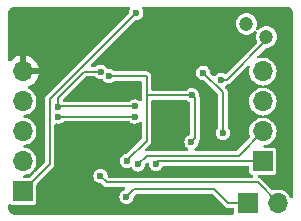
<source format=gbr>
%TF.GenerationSoftware,KiCad,Pcbnew,8.0.7*%
%TF.CreationDate,2025-01-03T12:22:39+02:00*%
%TF.ProjectId,debugger,64656275-6767-4657-922e-6b696361645f,rev?*%
%TF.SameCoordinates,Original*%
%TF.FileFunction,Copper,L2,Bot*%
%TF.FilePolarity,Positive*%
%FSLAX46Y46*%
G04 Gerber Fmt 4.6, Leading zero omitted, Abs format (unit mm)*
G04 Created by KiCad (PCBNEW 8.0.7) date 2025-01-03 12:22:39*
%MOMM*%
%LPD*%
G01*
G04 APERTURE LIST*
%TA.AperFunction,ComponentPad*%
%ADD10O,1.700000X1.700000*%
%TD*%
%TA.AperFunction,ComponentPad*%
%ADD11R,1.700000X1.700000*%
%TD*%
%TA.AperFunction,ComponentPad*%
%ADD12C,1.200000*%
%TD*%
%TA.AperFunction,ViaPad*%
%ADD13C,0.600000*%
%TD*%
%TA.AperFunction,Conductor*%
%ADD14C,0.200000*%
%TD*%
G04 APERTURE END LIST*
D10*
%TO.P,J3,2,Pin_2*%
%TO.N,/STLink_Tx*%
X160320000Y-116690000D03*
D11*
%TO.P,J3,1,Pin_1*%
%TO.N,/STLink_Rx*%
X157780000Y-116690000D03*
%TD*%
%TO.P,J2,1,Pin_1*%
%TO.N,/T_RST*%
X159050000Y-113150000D03*
D10*
%TO.P,J2,2,Pin_2*%
%TO.N,/T_SWCLK*%
X159050000Y-110610000D03*
%TO.P,J2,3,Pin_3*%
%TO.N,/T_SWDIO*%
X159050000Y-108070000D03*
%TO.P,J2,4,Pin_4*%
%TO.N,/T_SWO*%
X159050000Y-105530000D03*
%TD*%
D12*
%TO.P,TP2,1,1*%
%TO.N,/D_SWCLK*%
X159354717Y-102605191D03*
%TD*%
D11*
%TO.P,J1,1,Pin_1*%
%TO.N,+5V*%
X138726872Y-115682752D03*
D10*
%TO.P,J1,2,Pin_2*%
%TO.N,/T_Voltage*%
X138726872Y-113142752D03*
%TO.P,J1,3,Pin_3*%
%TO.N,/USB_DM*%
X138726872Y-110602752D03*
%TO.P,J1,4,Pin_4*%
%TO.N,/USB_DP*%
X138726872Y-108062752D03*
%TO.P,J1,5,Pin_5*%
%TO.N,GND*%
X138726872Y-105522752D03*
%TD*%
D12*
%TO.P,TP1,1,1*%
%TO.N,/D_SWDIO*%
X157654717Y-101505191D03*
%TD*%
D13*
%TO.N,GND*%
X147500000Y-111150000D03*
X156600000Y-103650000D03*
X149300000Y-104550000D03*
X150500000Y-116350000D03*
X144150000Y-111900000D03*
X145200000Y-100850000D03*
X152600000Y-108400000D03*
X143450000Y-111900000D03*
X146700000Y-106850000D03*
X142900000Y-104850000D03*
%TO.N,+5V*%
X148334314Y-100550000D03*
%TO.N,+3V3*%
X147550000Y-113100000D03*
X153050000Y-107550000D03*
X146025000Y-105925000D03*
X153000000Y-111500000D03*
%TO.N,/USB_DP*%
X145316333Y-105553793D03*
X148200000Y-108500000D03*
X141700000Y-108550000D03*
%TO.N,/USB_DM*%
X141700000Y-109350003D03*
X148200000Y-109350000D03*
%TO.N,/T_RST*%
X150000000Y-113350000D03*
%TO.N,/T_SWCLK*%
X148500000Y-113400000D03*
%TO.N,/LED_STLINK*%
X155662122Y-110750000D03*
X154000000Y-105637500D03*
%TO.N,/D_SWCLK*%
X155500000Y-106237500D03*
%TO.N,/STLink_Rx*%
X147500000Y-116150000D03*
%TO.N,/STLink_Tx*%
X145300735Y-114400000D03*
%TD*%
D14*
%TO.N,/STLink_Tx*%
X158623000Y-114935000D02*
X160320000Y-116632000D01*
X145835735Y-114935000D02*
X158623000Y-114935000D01*
X160320000Y-116632000D02*
X160320000Y-116690000D01*
X145300735Y-114400000D02*
X145835735Y-114935000D01*
%TO.N,/STLink_Rx*%
X156130000Y-116690000D02*
X157780000Y-116690000D01*
X154940000Y-115500000D02*
X156130000Y-116690000D01*
X148150000Y-115500000D02*
X154940000Y-115500000D01*
%TO.N,+5V*%
X141000000Y-107884314D02*
X141000000Y-113409624D01*
X141000000Y-113409624D02*
X138726872Y-115682752D01*
X148334314Y-100550000D02*
X141000000Y-107884314D01*
X138726872Y-115682752D02*
X138450000Y-115405880D01*
%TO.N,+3V3*%
X153300000Y-111200000D02*
X153300000Y-107800000D01*
X153300000Y-107800000D02*
X153050000Y-107550000D01*
X153050000Y-107550000D02*
X149200000Y-107550000D01*
X147550000Y-113100000D02*
X147550000Y-113050000D01*
X149200000Y-107550000D02*
X149200000Y-108500000D01*
X153000000Y-111500000D02*
X153300000Y-111200000D01*
X149200000Y-111400000D02*
X149200000Y-108500000D01*
X149200000Y-105925000D02*
X149200000Y-108500000D01*
X147550000Y-113050000D02*
X149200000Y-111400000D01*
X146025000Y-105925000D02*
X149200000Y-105925000D01*
%TO.N,/USB_DP*%
X141700000Y-107750000D02*
X141700000Y-108550000D01*
X145316333Y-105553793D02*
X143896207Y-105553793D01*
X139164120Y-108500000D02*
X138726872Y-108062752D01*
X141750000Y-108500000D02*
X141700000Y-108550000D01*
X148200000Y-108500000D02*
X141750000Y-108500000D01*
X143896207Y-105553793D02*
X141700000Y-107750000D01*
%TO.N,/USB_DM*%
X148200000Y-109350000D02*
X141700003Y-109350000D01*
X141700003Y-109350000D02*
X141700000Y-109350003D01*
%TO.N,/T_RST*%
X150200000Y-113150000D02*
X159050000Y-113150000D01*
X150000000Y-113350000D02*
X150200000Y-113150000D01*
%TO.N,/T_SWCLK*%
X158590000Y-110150000D02*
X159050000Y-110610000D01*
X157010000Y-112650000D02*
X159050000Y-110610000D01*
X149250000Y-112650000D02*
X157010000Y-112650000D01*
X148500000Y-113400000D02*
X149250000Y-112650000D01*
%TO.N,/LED_STLINK*%
X155662122Y-110750000D02*
X155662122Y-107299622D01*
X155662122Y-107299622D02*
X154000000Y-105637500D01*
%TO.N,/D_SWCLK*%
X159354717Y-102895283D02*
X159354717Y-102605191D01*
X156012500Y-106237500D02*
X159354717Y-102895283D01*
X155500000Y-106237500D02*
X156012500Y-106237500D01*
%TO.N,/STLink_Rx*%
X147500000Y-116150000D02*
X148150000Y-115500000D01*
%TD*%
%TA.AperFunction,Conductor*%
%TO.N,GND*%
G36*
X147760459Y-109770185D02*
G01*
X147768907Y-109776124D01*
X147771716Y-109778279D01*
X147771718Y-109778282D01*
X147897159Y-109874536D01*
X148043238Y-109935044D01*
X148117760Y-109944855D01*
X148199999Y-109955682D01*
X148200000Y-109955682D01*
X148200001Y-109955682D01*
X148252254Y-109948802D01*
X148356762Y-109935044D01*
X148502841Y-109874536D01*
X148600014Y-109799972D01*
X148665182Y-109774778D01*
X148733627Y-109788816D01*
X148783617Y-109837630D01*
X148799500Y-109898348D01*
X148799500Y-111182744D01*
X148779815Y-111249783D01*
X148763181Y-111270425D01*
X147567428Y-112466177D01*
X147506105Y-112499662D01*
X147495933Y-112501435D01*
X147393238Y-112514955D01*
X147247160Y-112575463D01*
X147121718Y-112671718D01*
X147025463Y-112797160D01*
X146964956Y-112943237D01*
X146964955Y-112943239D01*
X146944318Y-113099998D01*
X146944318Y-113100001D01*
X146964955Y-113256760D01*
X146964956Y-113256762D01*
X147005109Y-113353701D01*
X147025464Y-113402841D01*
X147121718Y-113528282D01*
X147247159Y-113624536D01*
X147393238Y-113685044D01*
X147464904Y-113694479D01*
X147549999Y-113705682D01*
X147550000Y-113705682D01*
X147550001Y-113705682D01*
X147602254Y-113698802D01*
X147706762Y-113685044D01*
X147815262Y-113640101D01*
X147884728Y-113632633D01*
X147947207Y-113663908D01*
X147969935Y-113696639D01*
X147971396Y-113695796D01*
X147975462Y-113702837D01*
X147975464Y-113702841D01*
X148012423Y-113751007D01*
X148061492Y-113814956D01*
X148071718Y-113828282D01*
X148197159Y-113924536D01*
X148343238Y-113985044D01*
X148389398Y-113991121D01*
X148499999Y-114005682D01*
X148500000Y-114005682D01*
X148500001Y-114005682D01*
X148552254Y-113998802D01*
X148656762Y-113985044D01*
X148802841Y-113924536D01*
X148928282Y-113828282D01*
X149024536Y-113702841D01*
X149085044Y-113556762D01*
X149105682Y-113400000D01*
X149105681Y-113399997D01*
X149106144Y-113396485D01*
X149134410Y-113332589D01*
X149141389Y-113325003D01*
X149184187Y-113282204D01*
X149245508Y-113248721D01*
X149315200Y-113253705D01*
X149371133Y-113295577D01*
X149394805Y-113353701D01*
X149414956Y-113506761D01*
X149414956Y-113506762D01*
X149467093Y-113632633D01*
X149475464Y-113652841D01*
X149571718Y-113778282D01*
X149697159Y-113874536D01*
X149843238Y-113935044D01*
X149921619Y-113945363D01*
X149999999Y-113955682D01*
X150000000Y-113955682D01*
X150000001Y-113955682D01*
X150052254Y-113948802D01*
X150156762Y-113935044D01*
X150302841Y-113874536D01*
X150428282Y-113778282D01*
X150524536Y-113652841D01*
X150530430Y-113638610D01*
X150535220Y-113627048D01*
X150579061Y-113572644D01*
X150645355Y-113550579D01*
X150649781Y-113550500D01*
X157775501Y-113550500D01*
X157842540Y-113570185D01*
X157888295Y-113622989D01*
X157899501Y-113674500D01*
X157899501Y-114044856D01*
X157899502Y-114044882D01*
X157902413Y-114069987D01*
X157902415Y-114069991D01*
X157947793Y-114172764D01*
X157947794Y-114172765D01*
X158027235Y-114252206D01*
X158097159Y-114283080D01*
X158128833Y-114297066D01*
X158182209Y-114342152D01*
X158202736Y-114408938D01*
X158183898Y-114476220D01*
X158131674Y-114522637D01*
X158078746Y-114534500D01*
X146052990Y-114534500D01*
X145985951Y-114514815D01*
X145965309Y-114498181D01*
X145942137Y-114475009D01*
X145908652Y-114413686D01*
X145906879Y-114403513D01*
X145906416Y-114399998D01*
X145885779Y-114243238D01*
X145825271Y-114097159D01*
X145729017Y-113971718D01*
X145603576Y-113875464D01*
X145457497Y-113814956D01*
X145457495Y-113814955D01*
X145300736Y-113794318D01*
X145300734Y-113794318D01*
X145143974Y-113814955D01*
X145143972Y-113814956D01*
X144997895Y-113875463D01*
X144872453Y-113971718D01*
X144776198Y-114097160D01*
X144715691Y-114243237D01*
X144715690Y-114243239D01*
X144695053Y-114399998D01*
X144695053Y-114400001D01*
X144715690Y-114556760D01*
X144715691Y-114556762D01*
X144776199Y-114702841D01*
X144872453Y-114828282D01*
X144997894Y-114924536D01*
X145143973Y-114985044D01*
X145300735Y-115005682D01*
X145300736Y-115005681D01*
X145304248Y-115006144D01*
X145368145Y-115034410D01*
X145375744Y-115041402D01*
X145589822Y-115255480D01*
X145681147Y-115308207D01*
X145783008Y-115335500D01*
X145888462Y-115335500D01*
X147273804Y-115335500D01*
X147340843Y-115355185D01*
X147386598Y-115407989D01*
X147396542Y-115477147D01*
X147367517Y-115540703D01*
X147321257Y-115574060D01*
X147295015Y-115584930D01*
X147197160Y-115625463D01*
X147071718Y-115721718D01*
X146975463Y-115847160D01*
X146914956Y-115993237D01*
X146914955Y-115993239D01*
X146894318Y-116149998D01*
X146894318Y-116150001D01*
X146914955Y-116306760D01*
X146914956Y-116306762D01*
X146975464Y-116452841D01*
X147071718Y-116578282D01*
X147197159Y-116674536D01*
X147343238Y-116735044D01*
X147421619Y-116745363D01*
X147499999Y-116755682D01*
X147500000Y-116755682D01*
X147500001Y-116755682D01*
X147552254Y-116748802D01*
X147656762Y-116735044D01*
X147802841Y-116674536D01*
X147928282Y-116578282D01*
X148024536Y-116452841D01*
X148085044Y-116306762D01*
X148105682Y-116150000D01*
X148105681Y-116149997D01*
X148106144Y-116146485D01*
X148134410Y-116082589D01*
X148141376Y-116075015D01*
X148279575Y-115936817D01*
X148340898Y-115903334D01*
X148367255Y-115900500D01*
X154722745Y-115900500D01*
X154789784Y-115920185D01*
X154810425Y-115936818D01*
X155884087Y-117010480D01*
X155975412Y-117063207D01*
X156077273Y-117090500D01*
X156182727Y-117090500D01*
X156505501Y-117090500D01*
X156572540Y-117110185D01*
X156618295Y-117162989D01*
X156629501Y-117214500D01*
X156629501Y-117525500D01*
X156609816Y-117592539D01*
X156557012Y-117638294D01*
X156505501Y-117649500D01*
X138006962Y-117649500D01*
X137993078Y-117648720D01*
X137980553Y-117647308D01*
X137902735Y-117638540D01*
X137875666Y-117632362D01*
X137796462Y-117604648D01*
X137771444Y-117592600D01*
X137700395Y-117547957D01*
X137678686Y-117530644D01*
X137619355Y-117471313D01*
X137602042Y-117449604D01*
X137557399Y-117378555D01*
X137545351Y-117353537D01*
X137526007Y-117298255D01*
X137517636Y-117274331D01*
X137511459Y-117247263D01*
X137507767Y-117214500D01*
X137501280Y-117156922D01*
X137500500Y-117143038D01*
X137500500Y-116880713D01*
X137520185Y-116813674D01*
X137572989Y-116767919D01*
X137642147Y-116757975D01*
X137692812Y-116781113D01*
X137694627Y-116778464D01*
X137704106Y-116784957D01*
X137704107Y-116784958D01*
X137806881Y-116830337D01*
X137832007Y-116833252D01*
X139621736Y-116833251D01*
X139621751Y-116833249D01*
X139621754Y-116833249D01*
X139646859Y-116830338D01*
X139646860Y-116830337D01*
X139646863Y-116830337D01*
X139749637Y-116784958D01*
X139829078Y-116705517D01*
X139874457Y-116602743D01*
X139877372Y-116577617D01*
X139877371Y-115150005D01*
X139897056Y-115082967D01*
X139913685Y-115062330D01*
X141320480Y-113655537D01*
X141368697Y-113572023D01*
X141373206Y-113564212D01*
X141373207Y-113564211D01*
X141400500Y-113462351D01*
X141400500Y-110057649D01*
X141420185Y-109990610D01*
X141472989Y-109944855D01*
X141540686Y-109934710D01*
X141543234Y-109935045D01*
X141543238Y-109935047D01*
X141700000Y-109955685D01*
X141700001Y-109955685D01*
X141782262Y-109944855D01*
X141856762Y-109935047D01*
X142002841Y-109874539D01*
X142128282Y-109778285D01*
X142128283Y-109778282D01*
X142131097Y-109776124D01*
X142196267Y-109750930D01*
X142206584Y-109750500D01*
X147693420Y-109750500D01*
X147760459Y-109770185D01*
G37*
%TD.AperFunction*%
%TA.AperFunction,Conductor*%
G36*
X161106922Y-100051280D02*
G01*
X161197266Y-100061459D01*
X161224331Y-100067636D01*
X161303540Y-100095352D01*
X161328553Y-100107398D01*
X161399606Y-100152043D01*
X161421313Y-100169355D01*
X161480644Y-100228686D01*
X161497957Y-100250395D01*
X161542600Y-100321444D01*
X161554648Y-100346462D01*
X161582362Y-100425666D01*
X161588540Y-100452735D01*
X161598720Y-100543076D01*
X161599500Y-100556961D01*
X161599500Y-116151256D01*
X161579815Y-116218295D01*
X161527011Y-116264050D01*
X161457853Y-116273994D01*
X161394297Y-116244969D01*
X161364500Y-116206527D01*
X161302367Y-116081746D01*
X161173872Y-115911593D01*
X161161704Y-115900500D01*
X161016302Y-115767948D01*
X160835019Y-115655702D01*
X160835017Y-115655701D01*
X160699045Y-115603026D01*
X160636198Y-115578679D01*
X160426610Y-115539500D01*
X160213390Y-115539500D01*
X160003802Y-115578679D01*
X160003797Y-115578680D01*
X159956085Y-115597164D01*
X159886462Y-115603026D01*
X159824722Y-115570316D01*
X159823611Y-115569218D01*
X158868915Y-114614522D01*
X158868913Y-114614520D01*
X158777588Y-114561793D01*
X158712203Y-114544273D01*
X158652544Y-114507909D01*
X158622015Y-114445062D01*
X158630310Y-114375686D01*
X158674795Y-114321808D01*
X158741347Y-114300534D01*
X158744241Y-114300499D01*
X159944864Y-114300499D01*
X159944879Y-114300497D01*
X159944882Y-114300497D01*
X159969987Y-114297586D01*
X159969988Y-114297585D01*
X159969991Y-114297585D01*
X160072765Y-114252206D01*
X160152206Y-114172765D01*
X160197585Y-114069991D01*
X160200500Y-114044865D01*
X160200499Y-112255136D01*
X160200497Y-112255117D01*
X160197586Y-112230012D01*
X160197585Y-112230010D01*
X160197585Y-112230009D01*
X160152206Y-112127235D01*
X160072765Y-112047794D01*
X160050174Y-112037819D01*
X159969992Y-112002415D01*
X159944868Y-111999500D01*
X159944865Y-111999500D01*
X159216245Y-111999500D01*
X159149206Y-111979815D01*
X159103451Y-111927011D01*
X159093507Y-111857853D01*
X159122532Y-111794297D01*
X159181310Y-111756523D01*
X159193450Y-111753613D01*
X159366198Y-111721321D01*
X159565019Y-111644298D01*
X159746302Y-111532052D01*
X159903872Y-111388407D01*
X160032366Y-111218255D01*
X160042870Y-111197160D01*
X160127403Y-111027394D01*
X160127403Y-111027393D01*
X160127405Y-111027389D01*
X160185756Y-110822310D01*
X160205429Y-110610000D01*
X160185756Y-110397690D01*
X160127405Y-110192611D01*
X160127403Y-110192606D01*
X160127403Y-110192605D01*
X160032367Y-110001746D01*
X159903872Y-109831593D01*
X159845393Y-109778282D01*
X159746302Y-109687948D01*
X159565019Y-109575702D01*
X159565017Y-109575701D01*
X159465608Y-109537190D01*
X159366198Y-109498679D01*
X159169385Y-109461888D01*
X159107106Y-109430221D01*
X159071833Y-109369908D01*
X159074767Y-109300100D01*
X159114976Y-109242960D01*
X159169384Y-109218111D01*
X159366198Y-109181321D01*
X159565019Y-109104298D01*
X159746302Y-108992052D01*
X159903872Y-108848407D01*
X160032366Y-108678255D01*
X160044981Y-108652921D01*
X160127403Y-108487394D01*
X160127403Y-108487393D01*
X160127405Y-108487389D01*
X160185756Y-108282310D01*
X160205429Y-108070000D01*
X160185756Y-107857690D01*
X160127405Y-107652611D01*
X160127403Y-107652606D01*
X160127403Y-107652605D01*
X160032367Y-107461746D01*
X159903872Y-107291593D01*
X159895921Y-107284345D01*
X159746302Y-107147948D01*
X159565019Y-107035702D01*
X159565017Y-107035701D01*
X159465608Y-106997190D01*
X159366198Y-106958679D01*
X159169385Y-106921888D01*
X159107106Y-106890221D01*
X159071833Y-106829908D01*
X159074767Y-106760100D01*
X159114976Y-106702960D01*
X159169384Y-106678111D01*
X159366198Y-106641321D01*
X159565019Y-106564298D01*
X159746302Y-106452052D01*
X159903872Y-106308407D01*
X160032366Y-106138255D01*
X160068453Y-106065782D01*
X160127403Y-105947394D01*
X160127403Y-105947393D01*
X160127405Y-105947389D01*
X160185756Y-105742310D01*
X160205429Y-105530000D01*
X160185756Y-105317690D01*
X160127405Y-105112611D01*
X160127403Y-105112606D01*
X160127403Y-105112605D01*
X160032367Y-104921746D01*
X159903872Y-104751593D01*
X159746302Y-104607948D01*
X159565019Y-104495702D01*
X159565017Y-104495701D01*
X159381820Y-104424731D01*
X159366198Y-104418679D01*
X159156610Y-104379500D01*
X158943390Y-104379500D01*
X158828560Y-104400965D01*
X158733795Y-104418680D01*
X158733289Y-104418877D01*
X158733026Y-104418899D01*
X158728281Y-104420249D01*
X158728016Y-104419320D01*
X158663665Y-104424731D01*
X158601929Y-104392014D01*
X158567680Y-104331114D01*
X158571794Y-104261366D01*
X158600824Y-104215567D01*
X159274382Y-103542009D01*
X159335705Y-103508525D01*
X159362063Y-103505691D01*
X159449361Y-103505691D01*
X159449363Y-103505691D01*
X159634520Y-103466335D01*
X159807447Y-103389342D01*
X159960588Y-103278079D01*
X160087250Y-103137407D01*
X160181896Y-102973475D01*
X160240391Y-102793447D01*
X160260177Y-102605191D01*
X160240391Y-102416935D01*
X160181896Y-102236907D01*
X160087250Y-102072975D01*
X159960588Y-101932303D01*
X159954926Y-101928189D01*
X159807451Y-101821042D01*
X159807446Y-101821039D01*
X159634524Y-101744048D01*
X159634519Y-101744046D01*
X159488718Y-101713056D01*
X159449363Y-101704691D01*
X159260071Y-101704691D01*
X159227614Y-101711589D01*
X159074914Y-101744046D01*
X159074909Y-101744048D01*
X158901987Y-101821039D01*
X158901982Y-101821042D01*
X158748849Y-101932300D01*
X158748846Y-101932302D01*
X158748846Y-101932303D01*
X158691621Y-101995856D01*
X158632136Y-102032504D01*
X158562279Y-102031173D01*
X158504231Y-101992286D01*
X158476421Y-101928189D01*
X158481542Y-101874565D01*
X158489684Y-101849505D01*
X158540391Y-101693447D01*
X158560177Y-101505191D01*
X158540391Y-101316935D01*
X158481896Y-101136907D01*
X158387250Y-100972975D01*
X158260588Y-100832303D01*
X158260587Y-100832302D01*
X158107451Y-100721042D01*
X158107446Y-100721039D01*
X157934524Y-100644048D01*
X157934519Y-100644046D01*
X157788718Y-100613056D01*
X157749363Y-100604691D01*
X157560071Y-100604691D01*
X157527614Y-100611589D01*
X157374914Y-100644046D01*
X157374909Y-100644048D01*
X157201987Y-100721039D01*
X157201982Y-100721042D01*
X157048846Y-100832302D01*
X156922183Y-100972976D01*
X156827538Y-101136906D01*
X156827535Y-101136913D01*
X156809831Y-101191402D01*
X156769043Y-101316935D01*
X156749257Y-101505191D01*
X156769043Y-101693447D01*
X156769044Y-101693450D01*
X156827535Y-101873468D01*
X156827538Y-101873475D01*
X156922184Y-102037407D01*
X157048846Y-102178079D01*
X157201982Y-102289339D01*
X157201987Y-102289342D01*
X157374909Y-102366333D01*
X157374914Y-102366335D01*
X157560071Y-102405691D01*
X157560072Y-102405691D01*
X157749361Y-102405691D01*
X157749363Y-102405691D01*
X157934520Y-102366335D01*
X158107447Y-102289342D01*
X158260588Y-102178079D01*
X158317812Y-102114524D01*
X158377295Y-102077878D01*
X158447152Y-102079207D01*
X158505201Y-102118093D01*
X158533011Y-102182190D01*
X158527891Y-102235815D01*
X158469044Y-102416930D01*
X158469044Y-102416931D01*
X158469043Y-102416935D01*
X158449257Y-102605191D01*
X158469043Y-102793447D01*
X158469044Y-102793450D01*
X158527535Y-102973468D01*
X158527536Y-102973470D01*
X158527538Y-102973475D01*
X158546798Y-103006836D01*
X158563271Y-103074732D01*
X158540419Y-103140759D01*
X158527092Y-103156514D01*
X155974681Y-105708924D01*
X155913358Y-105742409D01*
X155843666Y-105737425D01*
X155811514Y-105719619D01*
X155802841Y-105712964D01*
X155802836Y-105712961D01*
X155656765Y-105652457D01*
X155656760Y-105652455D01*
X155500001Y-105631818D01*
X155499999Y-105631818D01*
X155343239Y-105652455D01*
X155343237Y-105652456D01*
X155197160Y-105712963D01*
X155071715Y-105809220D01*
X155012949Y-105885806D01*
X154956521Y-105927009D01*
X154886775Y-105931163D01*
X154826893Y-105898000D01*
X154641402Y-105712509D01*
X154607917Y-105651186D01*
X154606144Y-105641013D01*
X154605681Y-105637498D01*
X154585044Y-105480738D01*
X154524536Y-105334659D01*
X154428282Y-105209218D01*
X154302841Y-105112964D01*
X154301979Y-105112607D01*
X154156762Y-105052456D01*
X154156760Y-105052455D01*
X154000001Y-105031818D01*
X153999999Y-105031818D01*
X153843239Y-105052455D01*
X153843237Y-105052456D01*
X153697160Y-105112963D01*
X153571718Y-105209218D01*
X153475463Y-105334660D01*
X153414956Y-105480737D01*
X153414955Y-105480739D01*
X153394318Y-105637498D01*
X153394318Y-105637501D01*
X153414955Y-105794260D01*
X153414956Y-105794262D01*
X153475464Y-105940341D01*
X153571718Y-106065782D01*
X153697159Y-106162036D01*
X153843238Y-106222544D01*
X154000000Y-106243182D01*
X154000001Y-106243181D01*
X154003513Y-106243644D01*
X154067410Y-106271910D01*
X154075009Y-106278902D01*
X155225303Y-107429196D01*
X155258788Y-107490519D01*
X155261622Y-107516877D01*
X155261622Y-110243419D01*
X155241937Y-110310458D01*
X155235998Y-110318905D01*
X155137586Y-110447157D01*
X155077078Y-110593237D01*
X155077077Y-110593239D01*
X155056440Y-110749998D01*
X155056440Y-110750001D01*
X155077077Y-110906760D01*
X155077078Y-110906762D01*
X155137586Y-111052841D01*
X155233840Y-111178282D01*
X155359281Y-111274536D01*
X155505360Y-111335044D01*
X155567600Y-111343238D01*
X155662121Y-111355682D01*
X155662122Y-111355682D01*
X155662123Y-111355682D01*
X155756636Y-111343239D01*
X155818884Y-111335044D01*
X155964963Y-111274536D01*
X156090404Y-111178282D01*
X156186658Y-111052841D01*
X156247166Y-110906762D01*
X156267804Y-110750000D01*
X156247166Y-110593238D01*
X156186658Y-110447159D01*
X156186657Y-110447158D01*
X156186657Y-110447157D01*
X156088246Y-110318905D01*
X156063052Y-110253736D01*
X156062622Y-110243419D01*
X156062622Y-107246897D01*
X156062622Y-107246895D01*
X156035329Y-107145035D01*
X155982602Y-107053709D01*
X155908035Y-106979142D01*
X155839499Y-106910606D01*
X155806014Y-106849283D01*
X155810998Y-106779591D01*
X155851692Y-106724551D01*
X155928282Y-106665782D01*
X155928282Y-106665781D01*
X155931094Y-106663624D01*
X155996264Y-106638430D01*
X156006580Y-106638000D01*
X156065225Y-106638000D01*
X156065227Y-106638000D01*
X156167088Y-106610707D01*
X156258413Y-106557980D01*
X157741889Y-105074503D01*
X157803209Y-105041020D01*
X157872900Y-105046004D01*
X157928834Y-105087876D01*
X157953251Y-105153340D01*
X157948833Y-105196120D01*
X157914244Y-105317687D01*
X157894571Y-105529999D01*
X157894571Y-105530000D01*
X157914244Y-105742310D01*
X157972596Y-105947392D01*
X157972596Y-105947394D01*
X158067632Y-106138253D01*
X158196127Y-106308406D01*
X158196128Y-106308407D01*
X158353698Y-106452052D01*
X158534981Y-106564298D01*
X158733802Y-106641321D01*
X158930613Y-106678111D01*
X158992893Y-106709779D01*
X159028166Y-106770092D01*
X159025232Y-106839900D01*
X158985023Y-106897040D01*
X158930613Y-106921888D01*
X158733802Y-106958679D01*
X158733799Y-106958679D01*
X158733799Y-106958680D01*
X158534982Y-107035701D01*
X158534980Y-107035702D01*
X158353699Y-107147947D01*
X158196127Y-107291593D01*
X158067632Y-107461746D01*
X157972596Y-107652605D01*
X157972596Y-107652607D01*
X157914244Y-107857689D01*
X157894571Y-108069999D01*
X157894571Y-108070000D01*
X157914244Y-108282310D01*
X157972596Y-108487392D01*
X157972596Y-108487394D01*
X158067632Y-108678253D01*
X158196127Y-108848406D01*
X158196128Y-108848407D01*
X158353698Y-108992052D01*
X158534981Y-109104298D01*
X158733802Y-109181321D01*
X158930613Y-109218111D01*
X158992893Y-109249779D01*
X159028166Y-109310092D01*
X159025232Y-109379900D01*
X158985023Y-109437040D01*
X158930613Y-109461888D01*
X158733802Y-109498679D01*
X158733799Y-109498679D01*
X158733799Y-109498680D01*
X158534982Y-109575701D01*
X158534980Y-109575702D01*
X158353699Y-109687947D01*
X158196127Y-109831593D01*
X158067632Y-110001746D01*
X157972596Y-110192605D01*
X157972596Y-110192607D01*
X157914244Y-110397689D01*
X157894571Y-110609999D01*
X157894571Y-110610000D01*
X157914244Y-110822310D01*
X157973390Y-111030184D01*
X157972804Y-111100052D01*
X157941805Y-111151800D01*
X156880426Y-112213181D01*
X156819103Y-112246666D01*
X156792745Y-112249500D01*
X153374955Y-112249500D01*
X153307916Y-112229815D01*
X153262161Y-112177011D01*
X153252217Y-112107853D01*
X153281242Y-112044297D01*
X153299468Y-112027124D01*
X153302841Y-112024536D01*
X153428282Y-111928282D01*
X153524536Y-111802841D01*
X153585044Y-111656762D01*
X153605682Y-111500000D01*
X153605682Y-111499998D01*
X153606743Y-111491942D01*
X153609038Y-111492244D01*
X153622295Y-111442769D01*
X153657866Y-111381159D01*
X153673207Y-111354588D01*
X153700500Y-111252727D01*
X153700500Y-111147273D01*
X153700500Y-107747273D01*
X153673207Y-107645413D01*
X153673206Y-107645412D01*
X153673206Y-107645410D01*
X153669754Y-107639432D01*
X153653280Y-107571532D01*
X153654202Y-107561239D01*
X153655682Y-107550001D01*
X153655682Y-107549998D01*
X153635044Y-107393239D01*
X153635044Y-107393238D01*
X153574536Y-107247159D01*
X153478282Y-107121718D01*
X153352841Y-107025464D01*
X153332955Y-107017227D01*
X153206762Y-106964956D01*
X153206760Y-106964955D01*
X153050001Y-106944318D01*
X153049999Y-106944318D01*
X152893239Y-106964955D01*
X152893237Y-106964956D01*
X152747160Y-107025463D01*
X152723890Y-107043318D01*
X152621718Y-107121718D01*
X152621716Y-107121720D01*
X152618907Y-107123876D01*
X152553737Y-107149070D01*
X152543420Y-107149500D01*
X149724500Y-107149500D01*
X149657461Y-107129815D01*
X149611706Y-107077011D01*
X149600500Y-107025500D01*
X149600500Y-105872275D01*
X149600500Y-105872273D01*
X149573207Y-105770413D01*
X149520480Y-105679087D01*
X149445913Y-105604520D01*
X149354587Y-105551793D01*
X149252727Y-105524500D01*
X149252726Y-105524500D01*
X146531580Y-105524500D01*
X146464541Y-105504815D01*
X146456093Y-105498876D01*
X146453283Y-105496720D01*
X146453282Y-105496718D01*
X146327841Y-105400464D01*
X146181762Y-105339956D01*
X146181760Y-105339955D01*
X146025001Y-105319318D01*
X146024996Y-105319318D01*
X145971576Y-105326350D01*
X145902541Y-105315584D01*
X145850286Y-105269203D01*
X145840944Y-105251082D01*
X145840872Y-105250956D01*
X145840869Y-105250952D01*
X145744615Y-105125511D01*
X145619174Y-105029257D01*
X145576657Y-105011646D01*
X145473095Y-104968749D01*
X145473093Y-104968748D01*
X145316334Y-104948111D01*
X145316332Y-104948111D01*
X145159572Y-104968748D01*
X145159570Y-104968749D01*
X145013493Y-105029256D01*
X145013492Y-105029257D01*
X144888051Y-105125511D01*
X144888049Y-105125513D01*
X144885240Y-105127669D01*
X144820070Y-105152863D01*
X144809753Y-105153293D01*
X144596776Y-105153293D01*
X144529737Y-105133608D01*
X144483982Y-105080804D01*
X144474038Y-105011646D01*
X144503063Y-104948090D01*
X144509095Y-104941612D01*
X145258591Y-104192116D01*
X148259305Y-101191400D01*
X148320626Y-101157917D01*
X148330799Y-101156144D01*
X148334311Y-101155681D01*
X148334314Y-101155682D01*
X148491076Y-101135044D01*
X148637155Y-101074536D01*
X148762596Y-100978282D01*
X148858850Y-100852841D01*
X148919358Y-100706762D01*
X148939996Y-100550000D01*
X148939084Y-100543076D01*
X148919358Y-100393239D01*
X148919358Y-100393238D01*
X148858850Y-100247159D01*
X148858848Y-100247156D01*
X148854786Y-100240119D01*
X148856762Y-100238977D01*
X148835825Y-100184807D01*
X148849869Y-100116363D01*
X148898687Y-100066377D01*
X148959396Y-100050500D01*
X161034108Y-100050500D01*
X161093038Y-100050500D01*
X161106922Y-100051280D01*
G37*
%TD.AperFunction*%
%TA.AperFunction,Conductor*%
G36*
X147776271Y-100070185D02*
G01*
X147822026Y-100122989D01*
X147831970Y-100192147D01*
X147812172Y-100239154D01*
X147813842Y-100240119D01*
X147809779Y-100247156D01*
X147749270Y-100393237D01*
X147749270Y-100393238D01*
X147728169Y-100553513D01*
X147699902Y-100617409D01*
X147692911Y-100625008D01*
X140679522Y-107638398D01*
X140679520Y-107638401D01*
X140626793Y-107729726D01*
X140607233Y-107802727D01*
X140607232Y-107802726D01*
X140599500Y-107831583D01*
X140599500Y-113192368D01*
X140579815Y-113259407D01*
X140563181Y-113280049D01*
X139791177Y-114052052D01*
X139729854Y-114085537D01*
X139676653Y-114081732D01*
X139684024Y-114104678D01*
X139666035Y-114172192D01*
X139647744Y-114195485D01*
X139347296Y-114495933D01*
X139285973Y-114529418D01*
X139259615Y-114532252D01*
X138893115Y-114532252D01*
X138826076Y-114512567D01*
X138780321Y-114459763D01*
X138770377Y-114390605D01*
X138799402Y-114327049D01*
X138858180Y-114289275D01*
X138870313Y-114286366D01*
X139043070Y-114254073D01*
X139241891Y-114177050D01*
X139423174Y-114064804D01*
X139476526Y-114016166D01*
X139539327Y-113985550D01*
X139586490Y-113991121D01*
X139579812Y-113973217D01*
X139594664Y-113904944D01*
X139604537Y-113889652D01*
X139709238Y-113751007D01*
X139770962Y-113627048D01*
X139804275Y-113560146D01*
X139804275Y-113560145D01*
X139804277Y-113560141D01*
X139862628Y-113355062D01*
X139882301Y-113142752D01*
X139862628Y-112930442D01*
X139804277Y-112725363D01*
X139804275Y-112725358D01*
X139804275Y-112725357D01*
X139709239Y-112534498D01*
X139580744Y-112364345D01*
X139539660Y-112326892D01*
X139423174Y-112220700D01*
X139241891Y-112108454D01*
X139241889Y-112108453D01*
X139059559Y-112037819D01*
X139043070Y-112031431D01*
X138846257Y-111994640D01*
X138783978Y-111962973D01*
X138748705Y-111902660D01*
X138751639Y-111832852D01*
X138791848Y-111775712D01*
X138846256Y-111750863D01*
X139043070Y-111714073D01*
X139241891Y-111637050D01*
X139423174Y-111524804D01*
X139580744Y-111381159D01*
X139709238Y-111211007D01*
X139725533Y-111178282D01*
X139804275Y-111020146D01*
X139804275Y-111020145D01*
X139804277Y-111020141D01*
X139862628Y-110815062D01*
X139882301Y-110602752D01*
X139862628Y-110390442D01*
X139804277Y-110185363D01*
X139804275Y-110185358D01*
X139804275Y-110185357D01*
X139709239Y-109994498D01*
X139580744Y-109824345D01*
X139530219Y-109778285D01*
X139423174Y-109680700D01*
X139241891Y-109568454D01*
X139241889Y-109568453D01*
X139061779Y-109498679D01*
X139043070Y-109491431D01*
X138846257Y-109454640D01*
X138783978Y-109422973D01*
X138748705Y-109362660D01*
X138751639Y-109292852D01*
X138791848Y-109235712D01*
X138846256Y-109210863D01*
X139043070Y-109174073D01*
X139241891Y-109097050D01*
X139423174Y-108984804D01*
X139580744Y-108841159D01*
X139709238Y-108671007D01*
X139737385Y-108614479D01*
X139804275Y-108480146D01*
X139804275Y-108480145D01*
X139804277Y-108480141D01*
X139862628Y-108275062D01*
X139882301Y-108062752D01*
X139862628Y-107850442D01*
X139804277Y-107645363D01*
X139804275Y-107645358D01*
X139804275Y-107645357D01*
X139709239Y-107454498D01*
X139580744Y-107284345D01*
X139539666Y-107246897D01*
X139423174Y-107140700D01*
X139241891Y-107028454D01*
X139241886Y-107028452D01*
X139234170Y-107025463D01*
X139212909Y-107017226D01*
X139157508Y-106974655D01*
X139133917Y-106908888D01*
X139149628Y-106840808D01*
X139199651Y-106792028D01*
X139205298Y-106789218D01*
X139404450Y-106696351D01*
X139597954Y-106560857D01*
X139764977Y-106393834D01*
X139900472Y-106200330D01*
X140000301Y-105986244D01*
X140000304Y-105986238D01*
X140057508Y-105772752D01*
X139159884Y-105772752D01*
X139192797Y-105715745D01*
X139226872Y-105588578D01*
X139226872Y-105456926D01*
X139192797Y-105329759D01*
X139159884Y-105272752D01*
X140057508Y-105272752D01*
X140057507Y-105272751D01*
X140000304Y-105059265D01*
X140000301Y-105059259D01*
X139900472Y-104845174D01*
X139900471Y-104845172D01*
X139764985Y-104651678D01*
X139764980Y-104651672D01*
X139597954Y-104484646D01*
X139404450Y-104349151D01*
X139190364Y-104249322D01*
X139190358Y-104249319D01*
X138976872Y-104192116D01*
X138976872Y-105089740D01*
X138919865Y-105056827D01*
X138792698Y-105022752D01*
X138661046Y-105022752D01*
X138533879Y-105056827D01*
X138476872Y-105089740D01*
X138476872Y-104192116D01*
X138476871Y-104192116D01*
X138263385Y-104249319D01*
X138263379Y-104249322D01*
X138049294Y-104349151D01*
X138049292Y-104349152D01*
X137855798Y-104484638D01*
X137855792Y-104484643D01*
X137712181Y-104628255D01*
X137650858Y-104661740D01*
X137581166Y-104656756D01*
X137525233Y-104614884D01*
X137500816Y-104549420D01*
X137500500Y-104540574D01*
X137500500Y-100556961D01*
X137501280Y-100543077D01*
X137501280Y-100543076D01*
X137511459Y-100452731D01*
X137517635Y-100425670D01*
X137545353Y-100346456D01*
X137557396Y-100321450D01*
X137602046Y-100250389D01*
X137619351Y-100228690D01*
X137678690Y-100169351D01*
X137700389Y-100152046D01*
X137771450Y-100107396D01*
X137796456Y-100095353D01*
X137875670Y-100067635D01*
X137902733Y-100061459D01*
X137965419Y-100054396D01*
X137993079Y-100051280D01*
X138006962Y-100050500D01*
X138065892Y-100050500D01*
X147709232Y-100050500D01*
X147776271Y-100070185D01*
G37*
%TD.AperFunction*%
%TA.AperFunction,Conductor*%
G36*
X152610459Y-107970185D02*
G01*
X152618907Y-107976124D01*
X152621716Y-107978279D01*
X152621718Y-107978282D01*
X152747159Y-108074536D01*
X152747160Y-108074536D01*
X152747161Y-108074537D01*
X152765464Y-108082118D01*
X152822953Y-108105931D01*
X152877356Y-108149770D01*
X152899421Y-108216064D01*
X152899500Y-108220491D01*
X152899500Y-110808797D01*
X152879815Y-110875836D01*
X152827011Y-110921591D01*
X152822953Y-110923358D01*
X152697160Y-110975463D01*
X152571718Y-111071718D01*
X152475463Y-111197160D01*
X152414956Y-111343237D01*
X152414955Y-111343239D01*
X152394318Y-111499998D01*
X152394318Y-111500001D01*
X152414955Y-111656760D01*
X152414956Y-111656762D01*
X152468189Y-111785279D01*
X152475464Y-111802841D01*
X152571718Y-111928282D01*
X152697159Y-112024536D01*
X152700532Y-112027124D01*
X152741734Y-112083552D01*
X152745889Y-112153298D01*
X152711676Y-112214219D01*
X152649959Y-112246971D01*
X152625045Y-112249500D01*
X149216255Y-112249500D01*
X149149216Y-112229815D01*
X149103461Y-112177011D01*
X149093517Y-112107853D01*
X149122542Y-112044297D01*
X149128574Y-112037819D01*
X149323549Y-111842844D01*
X149520480Y-111645913D01*
X149525595Y-111637053D01*
X149525598Y-111637050D01*
X149525597Y-111637050D01*
X149573207Y-111554587D01*
X149600500Y-111452727D01*
X149600500Y-108447273D01*
X149600500Y-108074500D01*
X149620185Y-108007461D01*
X149672989Y-107961706D01*
X149724500Y-107950500D01*
X152543420Y-107950500D01*
X152610459Y-107970185D01*
G37*
%TD.AperFunction*%
%TA.AperFunction,Conductor*%
G36*
X144876792Y-105973978D02*
G01*
X144885240Y-105979917D01*
X144888049Y-105982072D01*
X144888051Y-105982075D01*
X145013492Y-106078329D01*
X145159571Y-106138837D01*
X145316333Y-106159475D01*
X145369754Y-106152441D01*
X145438786Y-106163205D01*
X145491042Y-106209584D01*
X145500377Y-106227690D01*
X145500462Y-106227837D01*
X145500464Y-106227841D01*
X145596718Y-106353282D01*
X145722159Y-106449536D01*
X145868238Y-106510044D01*
X145946619Y-106520363D01*
X146024999Y-106530682D01*
X146025000Y-106530682D01*
X146025001Y-106530682D01*
X146077254Y-106523802D01*
X146181762Y-106510044D01*
X146327841Y-106449536D01*
X146453282Y-106353282D01*
X146453283Y-106353279D01*
X146456093Y-106351124D01*
X146521263Y-106325930D01*
X146531580Y-106325500D01*
X148675500Y-106325500D01*
X148742539Y-106345185D01*
X148788294Y-106397989D01*
X148799500Y-106449500D01*
X148799500Y-107951651D01*
X148779815Y-108018690D01*
X148727011Y-108064445D01*
X148657853Y-108074389D01*
X148600014Y-108050027D01*
X148502842Y-107975464D01*
X148356762Y-107914956D01*
X148356760Y-107914955D01*
X148200001Y-107894318D01*
X148199999Y-107894318D01*
X148043239Y-107914955D01*
X148043237Y-107914956D01*
X147897160Y-107975463D01*
X147873890Y-107993318D01*
X147771718Y-108071718D01*
X147771716Y-108071720D01*
X147768907Y-108073876D01*
X147703737Y-108099070D01*
X147693420Y-108099500D01*
X142224500Y-108099500D01*
X142157461Y-108079815D01*
X142111706Y-108027011D01*
X142100500Y-107975500D01*
X142100500Y-107967254D01*
X142120185Y-107900215D01*
X142136819Y-107879573D01*
X144025780Y-105990612D01*
X144087103Y-105957127D01*
X144113461Y-105954293D01*
X144809753Y-105954293D01*
X144876792Y-105973978D01*
G37*
%TD.AperFunction*%
%TD*%
M02*

</source>
